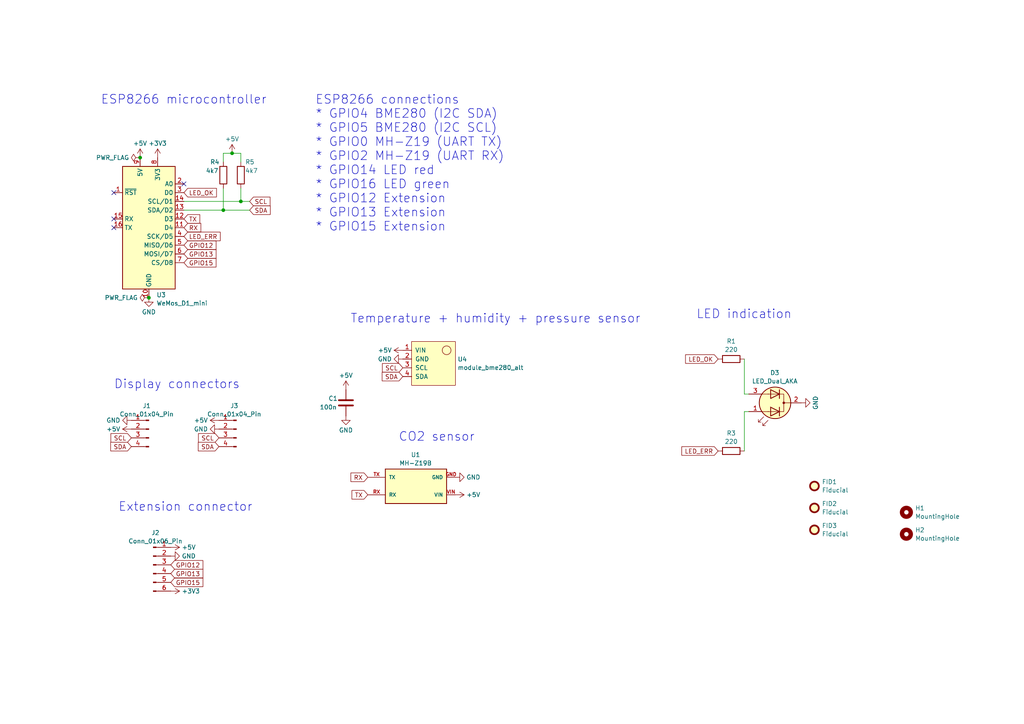
<source format=kicad_sch>
(kicad_sch (version 20230121) (generator eeschema)
  (paper "A4")
  (title_block (title "Indoor sensor") (date "2024-01-26") (rev "1") (company "Djuke"))
  (lib_symbols
    (symbol "Connector:Conn_01x04_Pin" (pin_names (offset 1.016) hide)
      (property "Reference" "J" (at 0 5.08 0))
      (property "Value" "Conn_01x04_Pin" (at 0 -7.62 0))
      (symbol "Conn_01x04_Pin_1_1"
        (polyline (pts (xy 1.27 -5.08) (xy 0.8636 -5.08)) (stroke (width 0.1524)))
        (polyline (pts (xy 1.27 -2.54) (xy 0.8636 -2.54)) (stroke (width 0.1524)))
        (polyline (pts (xy 1.27 0) (xy 0.8636 0)) (stroke (width 0.1524)))
        (polyline (pts (xy 1.27 2.54) (xy 0.8636 2.54)) (stroke (width 0.1524)))
        (rectangle (start 0.8636 -4.953) (end 0 -5.207) (stroke (width 0.1524)) (fill (type outline)))
        (rectangle (start 0.8636 -2.413) (end 0 -2.667) (stroke (width 0.1524)) (fill (type outline)))
        (rectangle (start 0.8636 0.127) (end 0 -0.127) (stroke (width 0.1524)) (fill (type outline)))
        (rectangle (start 0.8636 2.667) (end 0 2.413) (stroke (width 0.1524)) (fill (type outline)))
        (pin passive line (at 5.08 2.54 180) (length 3.81) (name "Pin_1") (number "1"))
        (pin passive line (at 5.08 0 180) (length 3.81) (name "Pin_2") (number "2"))
        (pin passive line (at 5.08 -2.54 180) (length 3.81) (name "Pin_3") (number "3"))
        (pin passive line (at 5.08 -5.08 180) (length 3.81) (name "Pin_4") (number "4"))
      )
    )
    (symbol "Connector:Conn_01x06_Pin" (pin_names (offset 1.016) hide)
      (property "Reference" "J" (at 0 7.62 0))
      (property "Value" "Conn_01x06_Pin" (at 0 -10.16 0))
      (symbol "Conn_01x06_Pin_1_1"
        (polyline (pts (xy 1.27 -7.62) (xy 0.8636 -7.62)) (stroke (width 0.1524)))
        (polyline (pts (xy 1.27 -5.08) (xy 0.8636 -5.08)) (stroke (width 0.1524)))
        (polyline (pts (xy 1.27 -2.54) (xy 0.8636 -2.54)) (stroke (width 0.1524)))
        (polyline (pts (xy 1.27 0) (xy 0.8636 0)) (stroke (width 0.1524)))
        (polyline (pts (xy 1.27 2.54) (xy 0.8636 2.54)) (stroke (width 0.1524)))
        (polyline (pts (xy 1.27 5.08) (xy 0.8636 5.08)) (stroke (width 0.1524)))
        (rectangle (start 0.8636 -7.493) (end 0 -7.747) (stroke (width 0.1524)) (fill (type outline)))
        (rectangle (start 0.8636 -4.953) (end 0 -5.207) (stroke (width 0.1524)) (fill (type outline)))
        (rectangle (start 0.8636 -2.413) (end 0 -2.667) (stroke (width 0.1524)) (fill (type outline)))
        (rectangle (start 0.8636 0.127) (end 0 -0.127) (stroke (width 0.1524)) (fill (type outline)))
        (rectangle (start 0.8636 2.667) (end 0 2.413) (stroke (width 0.1524)) (fill (type outline)))
        (rectangle (start 0.8636 5.207) (end 0 4.953) (stroke (width 0.1524)) (fill (type outline)))
        (pin passive line (at 5.08 5.08 180) (length 3.81) (name "Pin_1") (number "1"))
        (pin passive line (at 5.08 2.54 180) (length 3.81) (name "Pin_2") (number "2"))
        (pin passive line (at 5.08 0 180) (length 3.81) (name "Pin_3") (number "3"))
        (pin passive line (at 5.08 -2.54 180) (length 3.81) (name "Pin_4") (number "4"))
        (pin passive line (at 5.08 -5.08 180) (length 3.81) (name "Pin_5") (number "5"))
        (pin passive line (at 5.08 -7.62 180) (length 3.81) (name "Pin_6") (number "6"))
      )
    )
    (symbol "Device:C" (pin_numbers hide) (pin_names (offset 0.254))
      (property "Reference" "C" (at 0.635 2.54 0))
      (property "Value" "C" (at 0.635 -2.54 0))
      (symbol "C_0_1"
        (polyline (pts (xy -2.032 -0.762) (xy 2.032 -0.762)) (stroke (width 0.508)))
        (polyline (pts (xy -2.032 0.762) (xy 2.032 0.762)) (stroke (width 0.508)))
      )
      (symbol "C_1_1"
        (pin passive line (at 0 3.81 270) (length 2.794) (name "~") (number "1"))
        (pin passive line (at 0 -3.81 90) (length 2.794) (name "~") (number "2"))
      )
    )
    (symbol "Device:LED_Dual_AKA" (pin_names (offset 0) hide)
      (property "Reference" "D" (at 0 5.715 0))
      (property "Value" "LED_Dual_AKA" (at 0 -6.35 0))
      (symbol "LED_Dual_AKA_0_1"
        (circle (center -2.54 0) (radius 0.2794) (fill (type outline)))
        (polyline (pts (xy -4.572 0) (xy -2.54 0)))
        (polyline (pts (xy -1.27 -1.27) (xy -1.27 -3.81)) (stroke (width 0.254)))
        (polyline (pts (xy -1.27 1.27) (xy -1.27 3.81)) (stroke (width 0.254)))
        (polyline (pts (xy 3.81 -2.54) (xy 1.905 -2.54)))
        (polyline (pts (xy 3.81 2.54) (xy 1.905 2.54)))
        (polyline (pts (xy 1.27 -3.81) (xy 1.27 -1.27) (xy -1.27 -2.54) (xy 1.27 -3.81)) (stroke (width 0.254)))
        (polyline (pts (xy 1.27 1.27) (xy 1.27 3.81) (xy -1.27 2.54) (xy 1.27 1.27)) (stroke (width 0.254)))
        (polyline (pts (xy 2.032 2.54) (xy -2.54 2.54) (xy -2.54 -2.54) (xy 2.032 -2.54)))
        (polyline (pts (xy 2.032 5.08) (xy 3.556 6.604) (xy 2.794 6.604) (xy 3.556 6.604) (xy 3.556 5.842)))
        (polyline (pts (xy 3.302 4.064) (xy 4.826 5.588) (xy 4.064 5.588) (xy 4.826 5.588) (xy 4.826 4.826)))
        (circle (center 0 0) (radius 4.572) (stroke (width 0.254)) (fill (type background)))
      )
      (symbol "LED_Dual_AKA_1_1"
        (pin input line (at 7.62 2.54 180) (length 3.81) (name "A1") (number "1"))
        (pin input line (at -7.62 0 0) (length 3.048) (name "K") (number "2"))
        (pin input line (at 7.62 -2.54 180) (length 3.81) (name "A2") (number "3"))
      )
    )
    (symbol "Device:R" (pin_numbers hide) (pin_names (offset 0))
      (property "Reference" "R" (at 2.032 0 90))
      (property "Value" "R" (at 0 0 90))
      (symbol "R_0_1"
        (rectangle (start -1.016 -2.54) (end 1.016 2.54) (stroke (width 0.254)))
      )
      (symbol "R_1_1"
        (pin passive line (at 0 3.81 270) (length 1.27) (name "~") (number "1"))
        (pin passive line (at 0 -3.81 90) (length 1.27) (name "~") (number "2"))
      )
    )
    (symbol "MCU_Module:WeMos_D1_mini"
      (property "Reference" "U" (at 3.81 19.05 0))
      (property "Value" "WeMos_D1_mini" (at 1.27 -19.05 0))
      (symbol "WeMos_D1_mini_1_1"
        (rectangle (start -7.62 17.78) (end 7.62 -17.78) (stroke (width 0.254)) (fill (type background)))
        (pin input line (at -10.16 10.16 0) (length 2.54) (name "~{RST}") (number "1"))
        (pin power_in line (at 0 -20.32 90) (length 2.54) (name "GND") (number "10"))
        (pin bidirectional line (at 10.16 0 180) (length 2.54) (name "D4") (number "11"))
        (pin bidirectional line (at 10.16 2.54 180) (length 2.54) (name "D3") (number "12"))
        (pin bidirectional line (at 10.16 5.08 180) (length 2.54) (name "SDA/D2") (number "13"))
        (pin bidirectional line (at 10.16 7.62 180) (length 2.54) (name "SCL/D1") (number "14"))
        (pin input line (at -10.16 2.54 0) (length 2.54) (name "RX") (number "15"))
        (pin output line (at -10.16 0 0) (length 2.54) (name "TX") (number "16"))
        (pin input line (at 10.16 12.7 180) (length 2.54) (name "A0") (number "2"))
        (pin bidirectional line (at 10.16 10.16 180) (length 2.54) (name "D0") (number "3"))
        (pin bidirectional line (at 10.16 -2.54 180) (length 2.54) (name "SCK/D5") (number "4"))
        (pin bidirectional line (at 10.16 -5.08 180) (length 2.54) (name "MISO/D6") (number "5"))
        (pin bidirectional line (at 10.16 -7.62 180) (length 2.54) (name "MOSI/D7") (number "6"))
        (pin bidirectional line (at 10.16 -10.16 180) (length 2.54) (name "CS/D8") (number "7"))
        (pin power_out line (at 2.54 20.32 270) (length 2.54) (name "3V3") (number "8"))
        (pin power_in line (at -2.54 20.32 270) (length 2.54) (name "5V") (number "9"))
      )
    )
    (symbol "MH-Z19B:MH-Z19B" (pin_names (offset 1.016))
      (property "Reference" "U1" (at 9 14.1443 0))
      (property "Value" "MH-Z19B" (at 9 11.7201 0))
      (symbol "MH-Z19B_0_0"
        (rectangle (start 0 10) (end 17.78 0) (stroke (width 0.254)) (fill (type background)))
        (pin bidirectional line (at 22.86 2.54 180) (length 5.08) (name "RX") (number "RX"))
        (pin bidirectional line (at 22.86 7.62 180) (length 5.08) (name "TX") (number "TX"))
      )
      (symbol "MH-Z19B_1_0"
        (pin power_in line (at -2.54 7.62 0) (length 2.54) (name "GND") (number "GND"))
        (pin power_in line (at -2.54 2.54 0) (length 2.54) (name "VIN") (number "VIN"))
      )
    )
    (symbol "Mechanical:Fiducial"
      (property "Reference" "FID" (at 0 5.08 0))
      (property "Value" "Fiducial" (at 0 3.175 0))
      (symbol "Fiducial_0_1"
        (circle (center 0 0) (radius 1.27) (stroke (width 0.508)) (fill (type background)))
      )
    )
    (symbol "Mechanical:MountingHole" (pin_names (offset 1.016))
      (property "Reference" "H" (at 0 5.08 0))
      (property "Value" "MountingHole" (at 0 3.175 0))
      (symbol "MountingHole_0_1"
        (circle (center 0 0) (radius 1.27) (stroke (width 1.27)))
      )
    )
    (symbol "power:+3V3" (power) (pin_names (offset 0))
      (property "Value" "+3V3" (at 0 3.556 0))
      (symbol "+3V3_0_1"
        (polyline (pts (xy -0.762 1.27) (xy 0 2.54)))
        (polyline (pts (xy 0 0) (xy 0 2.54)))
        (polyline (pts (xy 0 2.54) (xy 0.762 1.27)))
      )
      (symbol "+3V3_1_1"
        (pin power_in line (at 0 0 90) (length 0) hide (name "+3V3") (number "1"))
      )
    )
    (symbol "power:+5V" (power) (pin_names (offset 0))
      (property "Value" "+5V" (at 0 3.556 0))
      (symbol "+5V_0_1"
        (polyline (pts (xy -0.762 1.27) (xy 0 2.54)))
        (polyline (pts (xy 0 0) (xy 0 2.54)))
        (polyline (pts (xy 0 2.54) (xy 0.762 1.27)))
      )
      (symbol "+5V_1_1"
        (pin power_in line (at 0 0 90) (length 0) hide (name "+5V") (number "1"))
      )
    )
    (symbol "power:GND" (power) (pin_names (offset 0))
      (property "Value" "GND" (at 0 -3.81 0))
      (symbol "GND_0_1"
        (polyline (pts (xy 0 0) (xy 0 -1.27) (xy 1.27 -1.27) (xy 0 -2.54) (xy -1.27 -1.27) (xy 0 -1.27)))
      )
      (symbol "GND_1_1"
        (pin power_in line (at 0 0 270) (length 0) hide (name "GND") (number "1"))
      )
    )
    (symbol "power:PWR_FLAG" (power) (pin_numbers hide) (pin_names (offset 0) hide)
      (property "Value" "PWR_FLAG" (at 0 3.81 0))
      (symbol "PWR_FLAG_0_0"
        (pin power_out line (at 0 0 90) (length 0) (name "pwr") (number "1"))
      )
      (symbol "PWR_FLAG_0_1"
        (polyline (pts (xy 0 0) (xy 0 1.27) (xy -1.016 1.905) (xy 0 2.54) (xy 1.016 1.905) (xy 0 1.27)))
      )
    )
    (symbol "usini_sensors:module_bme280_alt" (pin_names (offset 1.016))
      (property "Reference" "U" (at 2.54 17.78 0))
      (property "Value" "module_bme280_alt" (at 7.62 2.54 0))
      (symbol "module_bme280_alt_0_1"
        (rectangle (start 2.54 16.51) (end 15.24 3.81) (fill (type background)))
        (circle (center 12.7 13.97) (radius 1.27))
      )
      (symbol "module_bme280_alt_1_1"
        (pin input line (at 0 13.97 0) (length 2.54) (name "VIN") (number "1"))
        (pin input line (at 0 11.43 0) (length 2.54) (name "GND") (number "2"))
        (pin input line (at 0 8.89 0) (length 2.54) (name "SCL") (number "3"))
        (pin input line (at 0 6.35 0) (length 2.54) (name "SDA") (number "4"))
      )
    )
  )
  (junction (at 40.64 45.72))
  (junction (at 64.77 60.96))
  (junction (at 43.18 86.36))
  (junction (at 69.85 58.42))
  (junction (at 67.31 44.45))
  (no_connect (at 33.02 66.04))
  (no_connect (at 53.34 53.34))
  (no_connect (at 33.02 55.88))
  (no_connect (at 33.02 63.5))
  (wire (pts (xy 69.85 54.61) (xy 69.85 58.42)))
  (wire (pts (xy 69.85 46.99) (xy 69.85 44.45)))
  (wire (pts (xy 215.9 104.14) (xy 215.9 114.3)))
  (wire (pts (xy 215.9 130.81) (xy 215.9 119.38)))
  (wire (pts (xy 53.34 60.96) (xy 64.77 60.96)))
  (wire (pts (xy 69.85 58.42) (xy 72.39 58.42)))
  (wire (pts (xy 64.77 44.45) (xy 67.31 44.45)))
  (wire (pts (xy 215.9 114.3) (xy 217.17 114.3)))
  (wire (pts (xy 215.9 119.38) (xy 217.17 119.38)))
  (wire (pts (xy 53.34 58.42) (xy 69.85 58.42)))
  (wire (pts (xy 67.31 44.45) (xy 69.85 44.45)))
  (wire (pts (xy 64.77 54.61) (xy 64.77 60.96)))
  (wire (pts (xy 64.77 60.96) (xy 72.39 60.96)))
  (wire (pts (xy 64.77 44.45) (xy 64.77 46.99)))
  (text "Temperature + humidity + pressure sensor" (at 101.6 93.98 0) (effects (font (size 2.54 2.54)) (justify left bottom)))
  (text "ESP8266 connections\n* GPIO4 BME280 (I2C SDA)\n* GPIO5 BME280 (I2C SCL)\n* GPIO0 MH-Z19 (UART TX)\n* GPIO2 MH-Z19 (UART RX)\n* GPIO14 LED red\n* GPIO16 LED green\n* GPIO12 Extension\n* GPIO13 Extension\n* GPIO15 Extension\n" (at 91.44 67.31 0) (effects (font (size 2.54 2.54)) (justify left bottom)))
  (text "ESP8266 microcontroller" (at 29.21 30.48 0) (effects (font (size 2.54 2.54)) (justify left bottom)))
  (text "LED indication" (at 201.93 92.71 0) (effects (font (size 2.54 2.54)) (justify left bottom)))
  (text "Extension connector" (at 34.29 148.59 0) (effects (font (size 2.54 2.54)) (justify left bottom)))
  (text "CO2 sensor" (at 115.57 128.27 0) (effects (font (size 2.54 2.54)) (justify left bottom)))
  (text "Display connectors" (at 33.02 113.03 0) (effects (font (size 2.54 2.54)) (justify left bottom)))
  (global_label "SCL" (shape input) (at 72.39 58.42 0) (property "Intersheetrefs" "${INTERSHEET_REFS}" (effects hide)))
  (global_label "LED_ERR" (shape input) (at 208.28 130.81 180) (property "Intersheetrefs" "${INTERSHEET_REFS}" (effects hide)))
  (global_label "GPIO12" (shape input) (at 53.34 71.12 0) (property "Intersheetrefs" "${INTERSHEET_REFS}" (effects hide)))
  (global_label "TX" (shape input) (at 53.34 63.5 0) (property "Intersheetrefs" "${INTERSHEET_REFS}" (effects hide)))
  (global_label "LED_OK" (shape input) (at 208.28 104.14 180) (property "Intersheetrefs" "${INTERSHEET_REFS}" (effects hide)))
  (global_label "SCL" (shape input) (at 63.5 127 180) (property "Intersheetrefs" "${INTERSHEET_REFS}" (effects hide)))
  (global_label "RX" (shape input) (at 53.34 66.04 0) (property "Intersheetrefs" "${INTERSHEET_REFS}" (effects hide)))
  (global_label "RX" (shape input) (at 106.68 138.43 180) (property "Intersheetrefs" "${INTERSHEET_REFS}" (effects hide)))
  (global_label "SDA" (shape input) (at 72.39 60.96 0) (property "Intersheetrefs" "${INTERSHEET_REFS}" (effects hide)))
  (global_label "GPIO15" (shape input) (at 49.53 168.91 0) (property "Intersheetrefs" "${INTERSHEET_REFS}" (effects hide)))
  (global_label "SCL" (shape input) (at 38.1 127 180) (property "Intersheetrefs" "${INTERSHEET_REFS}" (effects hide)))
  (global_label "LED_OK" (shape input) (at 53.34 55.88 0) (property "Intersheetrefs" "${INTERSHEET_REFS}" (effects hide)))
  (global_label "SDA" (shape input) (at 63.5 129.54 180) (property "Intersheetrefs" "${INTERSHEET_REFS}" (effects hide)))
  (global_label "SCL" (shape input) (at 116.84 106.68 180) (property "Intersheetrefs" "${INTERSHEET_REFS}" (effects hide)))
  (global_label "GPIO12" (shape input) (at 49.53 163.83 0) (property "Intersheetrefs" "${INTERSHEET_REFS}" (effects hide)))
  (global_label "GPIO13" (shape input) (at 49.53 166.37 0) (property "Intersheetrefs" "${INTERSHEET_REFS}" (effects hide)))
  (global_label "LED_ERR" (shape input) (at 53.34 68.58 0) (property "Intersheetrefs" "${INTERSHEET_REFS}" (effects hide)))
  (global_label "SDA" (shape input) (at 38.1 129.54 180) (property "Intersheetrefs" "${INTERSHEET_REFS}" (effects hide)))
  (global_label "GPIO13" (shape input) (at 53.34 73.66 0) (property "Intersheetrefs" "${INTERSHEET_REFS}" (effects hide)))
  (global_label "SDA" (shape input) (at 116.84 109.22 180) (property "Intersheetrefs" "${INTERSHEET_REFS}" (effects hide)))
  (global_label "TX" (shape input) (at 106.68 143.51 180) (property "Intersheetrefs" "${INTERSHEET_REFS}" (effects hide)))
  (global_label "GPIO15" (shape input) (at 53.34 76.2 0) (property "Intersheetrefs" "${INTERSHEET_REFS}" (effects hide)))
  (symbol (lib_id "power:PWR_FLAG") (at 43.18 86.36 90) (unit 1)
    (property "Reference" "#FLG02" (effects hide))
    (property "Value" "PWR_FLAG" (at 40.0051 86.36 90) (effects (justify left)))
  )
  (symbol (lib_id "power:+3V3") (at 45.72 45.72 0) (unit 1)
    (property "Reference" "#PWR014" (effects hide))
    (property "Value" "+3V3" (at 45.72 41.5869 0))
  )
  (symbol (lib_id "Device:R") (at 64.77 50.8 180) (unit 1)
    (property "Reference" "R4" (at 60.96 46.99 0) (effects (justify right)))
    (property "Value" "4k7" (at 59.69 49.53 0) (effects (justify right)))
    (property "Footprint" "Resistor_SMD:R_0805_2012Metric" (effects hide))
  )
  (symbol (lib_id "usini_sensors:module_bme280_alt") (at 116.84 115.57 0) (unit 1)
    (property "Reference" "U4" (at 132.715 104.1979 0) (effects (justify left)))
    (property "Value" "module_bme280_alt" (at 132.715 106.6221 0) (effects (justify left)))
    (property "Footprint" "Libraries:module_bme280_alt" (effects hide))
  )
  (symbol (lib_id "power:GND") (at 49.53 161.29 90) (unit 1)
    (property "Reference" "#PWR013" (effects hide))
    (property "Value" "GND" (at 52.705 161.29 90) (effects (justify right)))
  )
  (symbol (lib_id "power:GND") (at 100.33 120.65 0) (mirror y) (unit 1)
    (property "Reference" "#PWR08" (effects hide))
    (property "Value" "GND" (at 100.33 124.7831 0))
  )
  (symbol (lib_id "Mechanical:Fiducial") (at 236.22 147.32 0) (unit 1)
    (property "Reference" "FID2" (at 238.379 146.1079 0) (effects (justify left)))
    (property "Value" "Fiducial" (at 238.379 148.5321 0) (effects (justify left)))
    (property "Footprint" "Fiducial:Fiducial_1mm_Mask2mm" (effects hide))
  )
  (symbol (lib_id "Device:R") (at 212.09 104.14 90) (unit 1)
    (property "Reference" "R1" (at 212.09 98.9797 90))
    (property "Value" "220" (at 212.09 101.4039 90))
    (property "Footprint" "Resistor_SMD:R_0805_2012Metric" (effects hide))
  )
  (symbol (lib_id "power:+5V") (at 49.53 158.75 270) (unit 1)
    (property "Reference" "#PWR012" (effects hide))
    (property "Value" "+5V" (at 52.705 158.75 90) (effects (justify left)))
  )
  (symbol (lib_id "Connector:Conn_01x06_Pin") (at 44.45 163.83 0) (unit 1)
    (property "Reference" "J2" (at 45.085 154.5295 0))
    (property "Value" "Conn_01x06_Pin" (at 45.085 156.9537 0))
    (property "Footprint" "Connector_PinHeader_2.54mm:PinHeader_1x06_P2.54mm_Vertical" (effects hide))
  )
  (symbol (lib_id "power:+5V") (at 40.64 45.72 0) (unit 1)
    (property "Reference" "#PWR03" (effects hide))
    (property "Value" "+5V" (at 40.64 41.5869 0))
  )
  (symbol (lib_id "Device:R") (at 212.09 130.81 90) (unit 1)
    (property "Reference" "R3" (at 212.09 125.6497 90))
    (property "Value" "220" (at 212.09 128.0739 90))
    (property "Footprint" "Resistor_SMD:R_0805_2012Metric" (effects hide))
  )
  (symbol (lib_id "Device:R") (at 69.85 50.8 180) (unit 1)
    (property "Reference" "R5" (at 71.12 46.99 0) (effects (justify right)))
    (property "Value" "4k7" (at 71.12 49.53 0) (effects (justify right)))
    (property "Footprint" "Resistor_SMD:R_0805_2012Metric" (effects hide))
  )
  (symbol (lib_id "power:+5V") (at 67.31 44.45 0) (unit 1)
    (property "Reference" "#PWR011" (effects hide))
    (property "Value" "+5V" (at 67.31 40.3169 0))
  )
  (symbol (lib_id "power:PWR_FLAG") (at 40.64 45.72 90) (unit 1)
    (property "Reference" "#FLG01" (effects hide))
    (property "Value" "PWR_FLAG" (at 37.4651 45.72 90) (effects (justify left)))
  )
  (symbol (lib_id "power:+5V") (at 38.1 124.46 90) (unit 1)
    (property "Reference" "#PWR010" (effects hide))
    (property "Value" "+5V" (at 34.9251 124.46 90) (effects (justify left)))
  )
  (symbol (lib_id "power:GND") (at 116.84 104.14 270) (mirror x) (unit 1)
    (property "Reference" "#PWR07" (effects hide))
    (property "Value" "GND" (at 113.6651 104.14 90) (effects (justify right)))
  )
  (symbol (lib_id "Mechanical:Fiducial") (at 236.22 140.97 0) (unit 1)
    (property "Reference" "FID1" (at 238.379 139.7579 0) (effects (justify left)))
    (property "Value" "Fiducial" (at 238.379 142.1821 0) (effects (justify left)))
    (property "Footprint" "Fiducial:Fiducial_1mm_Mask2mm" (effects hide))
  )
  (symbol (lib_id "power:GND") (at 63.5 124.46 270) (mirror x) (unit 1)
    (property "Reference" "#PWR017" (effects hide))
    (property "Value" "GND" (at 60.3251 124.46 90) (effects (justify right)))
  )
  (symbol (lib_id "Mechanical:Fiducial") (at 236.22 153.67 0) (unit 1)
    (property "Reference" "FID3" (at 238.379 152.4579 0) (effects (justify left)))
    (property "Value" "Fiducial" (at 238.379 154.8821 0) (effects (justify left)))
    (property "Footprint" "Fiducial:Fiducial_1mm_Mask2mm" (effects hide))
  )
  (symbol (lib_id "power:+3V3") (at 49.53 171.45 270) (unit 1)
    (property "Reference" "#PWR015" (effects hide))
    (property "Value" "+3V3" (at 52.705 171.45 90) (effects (justify left)))
  )
  (symbol (lib_id "power:GND") (at 43.18 86.36 0) (unit 1)
    (property "Reference" "#PWR02" (effects hide))
    (property "Value" "GND" (at 43.18 90.4931 0))
  )
  (symbol (lib_id "power:GND") (at 132.08 138.43 90) (mirror x) (unit 1)
    (property "Reference" "#PWR04" (effects hide))
    (property "Value" "GND" (at 135.255 138.43 90) (effects (justify right)))
  )
  (symbol (lib_id "power:+5V") (at 132.08 143.51 270) (mirror x) (unit 1)
    (property "Reference" "#PWR01" (effects hide))
    (property "Value" "+5V" (at 135.255 143.51 90) (effects (justify left)))
  )
  (symbol (lib_id "power:GND") (at 232.41 116.84 90) (unit 1)
    (property "Reference" "#PWR06" (effects hide))
    (property "Value" "GND" (at 236.5431 116.84 0))
  )
  (symbol (lib_id "power:+5V") (at 63.5 121.92 90) (unit 1)
    (property "Reference" "#PWR018" (effects hide))
    (property "Value" "+5V" (at 60.3251 121.92 90) (effects (justify left)))
  )
  (symbol (lib_id "Device:LED_Dual_AKA") (at 224.79 116.84 180) (unit 1)
    (property "Reference" "D3" (at 224.7265 108.1237 0))
    (property "Value" "LED_Dual_AKA" (at 224.7265 110.5479 0))
    (property "Footprint" "LED_THT:LED_D3.0mm-3" (effects hide))
  )
  (symbol (lib_id "power:GND") (at 38.1 121.92 270) (mirror x) (unit 1)
    (property "Reference" "#PWR016" (effects hide))
    (property "Value" "GND" (at 34.9251 121.92 90) (effects (justify right)))
  )
  (symbol (lib_id "Mechanical:MountingHole") (at 262.89 154.94 0) (unit 1)
    (property "Reference" "H2" (at 265.43 153.7279 0) (effects (justify left)))
    (property "Value" "MountingHole" (at 265.43 156.1521 0) (effects (justify left)))
    (property "Footprint" "MountingHole:MountingHole_2.2mm_M2" (effects hide))
  )
  (symbol (lib_id "power:+5V") (at 116.84 101.6 90) (unit 1)
    (property "Reference" "#PWR05" (effects hide))
    (property "Value" "+5V" (at 113.6651 101.6 90) (effects (justify left)))
  )
  (symbol (lib_id "Device:C") (at 100.33 116.84 0) (mirror y) (unit 1)
    (property "Reference" "C1" (at 95.25 115.57 0) (effects (justify right)))
    (property "Value" "100n" (at 92.71 118.11 0) (effects (justify right)))
    (property "Footprint" "Capacitor_SMD:C_0805_2012Metric" (effects hide))
  )
  (symbol (lib_id "MCU_Module:WeMos_D1_mini") (at 43.18 66.04 0) (unit 1)
    (property "Reference" "U3" (at 45.3741 85.5401 0) (effects (justify left)))
    (property "Value" "WeMos_D1_mini" (at 45.3741 87.9643 0) (effects (justify left)))
    (property "Footprint" "Module:WEMOS_D1_mini_light" (effects hide))
    (property "Datasheet" "https://wiki.wemos.cc/products:d1:d1_mini#documentation" (effects hide))
  )
  (symbol (lib_id "MH-Z19B:MH-Z19B") (at 129.54 146.05 0) (mirror y) (unit 1)
    (property "Reference" "U1" (at 120.54 131.9057 0))
    (property "Value" "MH-Z19B" (at 120.54 134.3299 0))
    (property "Footprint" "MH-Z19B:MH-Z19B-FOOT" (effects hide))
    (property "MF" "Winsen" (effects hide))
    (property "Description" "\nIntelligent Infrared CO2 Module\n" (effects hide))
    (property "Package" "Package" (effects hide))
    (property "Price" "None" (effects hide))
    (property "SnapEDA_Link" "https://www.snapeda.com/parts/MH-Z19B/Winsen/view-part/?ref=snap" (effects hide))
    (property "MP" "MH-Z19B" (effects hide))
    (property "Availability" "Not in stock" (effects hide))
    (property "Check_prices" "https://www.snapeda.com/parts/MH-Z19B/Winsen/view-part/?ref=eda" (effects hide))
  )
  (symbol (lib_id "Connector:Conn_01x04_Pin") (at 68.58 124.46 0) (mirror y) (unit 1)
    (property "Reference" "J3" (at 67.945 117.6995 0))
    (property "Value" "Conn_01x04_Pin" (at 67.945 120.1237 0))
    (property "Footprint" "Connector_PinSocket_2.54mm:PinSocket_1x04_P2.54mm_Vertical" (effects hide))
  )
  (symbol (lib_id "power:+5V") (at 100.33 113.03 0) (unit 1)
    (property "Reference" "#PWR09" (effects hide))
    (property "Value" "+5V" (at 100.33 108.8969 0))
  )
  (symbol (lib_id "Connector:Conn_01x04_Pin") (at 43.18 124.46 0) (mirror y) (unit 1)
    (property "Reference" "J1" (at 42.545 117.6995 0))
    (property "Value" "Conn_01x04_Pin" (at 42.545 120.1237 0))
    (property "Footprint" "Connector_PinSocket_2.54mm:PinSocket_1x04_P2.54mm_Vertical" (effects hide))
  )
  (symbol (lib_id "Mechanical:MountingHole") (at 262.89 148.59 0) (unit 1)
    (property "Reference" "H1" (at 265.43 147.3779 0) (effects (justify left)))
    (property "Value" "MountingHole" (at 265.43 149.8021 0) (effects (justify left)))
    (property "Footprint" "MountingHole:MountingHole_2.2mm_M2" (effects hide))
  )
)
</source>
